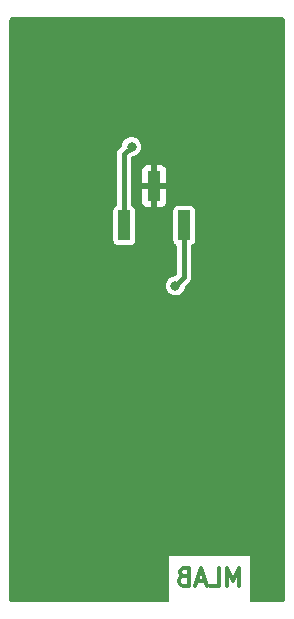
<source format=gbr>
%TF.GenerationSoftware,KiCad,Pcbnew,6.0.11+dfsg-1~bpo11+1*%
%TF.CreationDate,2023-05-28T01:02:05+00:00*%
%TF.ProjectId,PINHOLDER01,50494e48-4f4c-4444-9552-30312e6b6963,01A*%
%TF.SameCoordinates,Original*%
%TF.FileFunction,Copper,L2,Bot*%
%TF.FilePolarity,Positive*%
%FSLAX46Y46*%
G04 Gerber Fmt 4.6, Leading zero omitted, Abs format (unit mm)*
G04 Created by KiCad (PCBNEW 6.0.11+dfsg-1~bpo11+1) date 2023-05-28 01:02:05*
%MOMM*%
%LPD*%
G01*
G04 APERTURE LIST*
%ADD10C,0.300000*%
%TA.AperFunction,NonConductor*%
%ADD11C,0.300000*%
%TD*%
%TA.AperFunction,ComponentPad*%
%ADD12C,6.000000*%
%TD*%
%TA.AperFunction,SMDPad,CuDef*%
%ADD13R,1.000000X2.510000*%
%TD*%
%TA.AperFunction,ViaPad*%
%ADD14C,0.800000*%
%TD*%
%TA.AperFunction,Conductor*%
%ADD15C,0.400000*%
%TD*%
G04 APERTURE END LIST*
D10*
D11*
X15024821Y-43687425D02*
X15024821Y-42187425D01*
X14524821Y-43258854D01*
X14024821Y-42187425D01*
X14024821Y-43687425D01*
X12596249Y-43687425D02*
X13310535Y-43687425D01*
X13310535Y-42187425D01*
X12167678Y-43258854D02*
X11453392Y-43258854D01*
X12310535Y-43687425D02*
X11810535Y-42187425D01*
X11310535Y-43687425D01*
X10310535Y-42901711D02*
X10096249Y-42973139D01*
X10024821Y-43044568D01*
X9953392Y-43187425D01*
X9953392Y-43401711D01*
X10024821Y-43544568D01*
X10096249Y-43615996D01*
X10239106Y-43687425D01*
X10810535Y-43687425D01*
X10810535Y-42187425D01*
X10310535Y-42187425D01*
X10167678Y-42258854D01*
X10096249Y-42330282D01*
X10024821Y-42473139D01*
X10024821Y-42615996D01*
X10096249Y-42758854D01*
X10167678Y-42830282D01*
X10310535Y-42901711D01*
X10810535Y-42901711D01*
D12*
%TO.P,M3,1*%
%TO.N,GND*%
X0Y0D03*
%TD*%
%TO.P,M4,1*%
%TO.N,GND*%
X0Y-40640000D03*
%TD*%
D13*
%TO.P,J1,1*%
%TO.N,/circle_0*%
X10364821Y-13183854D03*
%TO.P,J1,2*%
%TO.N,GND*%
X7824821Y-9873854D03*
%TO.P,J1,3*%
%TO.N,Net-(J1-Pad3)*%
X5284821Y-13183854D03*
%TD*%
D14*
%TO.N,/circle_0*%
X9624821Y-18308854D03*
%TO.N,Net-(J1-Pad3)*%
X5924821Y-6508854D03*
%TD*%
D15*
%TO.N,/circle_0*%
X10364821Y-17568854D02*
X9624821Y-18308854D01*
X10364821Y-13183854D02*
X10364821Y-17568854D01*
%TO.N,Net-(J1-Pad3)*%
X5924821Y-6508854D02*
X5284821Y-7148854D01*
X5284821Y-7148854D02*
X5284821Y-13183854D01*
%TD*%
%TA.AperFunction,Conductor*%
%TO.N,GND*%
G36*
X18790843Y4405793D02*
G01*
X18860084Y4350574D01*
X18898511Y4270782D01*
X18903500Y4226500D01*
X18903500Y-44866500D01*
X18883793Y-44952843D01*
X18828574Y-45022084D01*
X18748782Y-45060511D01*
X18704500Y-45065500D01*
X16128687Y-45065500D01*
X16042344Y-45045793D01*
X15973103Y-44990574D01*
X15934676Y-44910782D01*
X15930938Y-44844219D01*
X15931204Y-44841854D01*
X15932464Y-44841854D01*
X15932464Y-41175854D01*
X9117178Y-41175854D01*
X9117178Y-44841854D01*
X9117814Y-44841854D01*
X9117813Y-44910784D01*
X9079386Y-44990576D01*
X9010144Y-45045794D01*
X8923803Y-45065500D01*
X-4226500Y-45065500D01*
X-4312843Y-45045793D01*
X-4382084Y-44990574D01*
X-4420511Y-44910782D01*
X-4425500Y-44866500D01*
X-4425500Y-18297607D01*
X8819335Y-18297607D01*
X8820421Y-18308683D01*
X8820421Y-18308684D01*
X8823446Y-18339529D01*
X8836860Y-18476340D01*
X8893547Y-18646750D01*
X8986580Y-18800366D01*
X9111335Y-18929553D01*
X9261610Y-19027890D01*
X9272035Y-19031767D01*
X9419506Y-19086611D01*
X9419508Y-19086611D01*
X9429937Y-19090490D01*
X9440964Y-19091961D01*
X9440967Y-19091962D01*
X9559307Y-19107752D01*
X9607951Y-19114242D01*
X9619028Y-19113234D01*
X9775717Y-19098975D01*
X9775719Y-19098975D01*
X9786802Y-19097966D01*
X9872202Y-19070218D01*
X9947017Y-19045909D01*
X9947020Y-19045908D01*
X9957603Y-19042469D01*
X9982060Y-19027890D01*
X10102310Y-18956207D01*
X10102311Y-18956206D01*
X10111865Y-18950511D01*
X10241920Y-18826661D01*
X10259391Y-18800366D01*
X10335146Y-18686344D01*
X10341304Y-18677076D01*
X10405078Y-18509190D01*
X10417291Y-18422288D01*
X10448822Y-18339529D01*
X10473640Y-18309270D01*
X10752382Y-18030528D01*
X10771946Y-18013371D01*
X10793103Y-17997136D01*
X10889357Y-17871695D01*
X10949865Y-17725616D01*
X10965321Y-17608215D01*
X10970503Y-17568854D01*
X10968801Y-17555926D01*
X10968801Y-17555919D01*
X10967024Y-17542421D01*
X10965321Y-17516446D01*
X10965321Y-14959085D01*
X10985028Y-14872742D01*
X11040247Y-14803501D01*
X11073977Y-14781775D01*
X11089209Y-14774014D01*
X11103163Y-14766904D01*
X11192871Y-14677196D01*
X11250467Y-14564158D01*
X11265321Y-14470373D01*
X11265320Y-11897336D01*
X11264096Y-11889607D01*
X11252918Y-11819023D01*
X11252917Y-11819020D01*
X11250467Y-11803550D01*
X11192871Y-11690512D01*
X11103163Y-11600804D01*
X10990125Y-11543208D01*
X10896340Y-11528354D01*
X10888516Y-11528354D01*
X10364448Y-11528355D01*
X9833303Y-11528355D01*
X9825590Y-11529577D01*
X9825584Y-11529577D01*
X9754990Y-11540757D01*
X9754987Y-11540758D01*
X9739517Y-11543208D01*
X9725561Y-11550319D01*
X9725558Y-11550320D01*
X9698304Y-11564207D01*
X9626479Y-11600804D01*
X9536771Y-11690512D01*
X9479175Y-11803550D01*
X9464321Y-11897335D01*
X9464322Y-14470372D01*
X9465544Y-14478085D01*
X9465544Y-14478091D01*
X9476724Y-14548685D01*
X9476725Y-14548688D01*
X9479175Y-14564158D01*
X9536771Y-14677196D01*
X9626479Y-14766904D01*
X9640433Y-14774014D01*
X9655665Y-14781775D01*
X9723650Y-14838533D01*
X9760276Y-14919168D01*
X9764321Y-14959085D01*
X9764321Y-17237691D01*
X9744614Y-17324034D01*
X9706035Y-17378405D01*
X9625169Y-17459271D01*
X9550181Y-17506390D01*
X9505256Y-17516467D01*
X9451838Y-17522081D01*
X9281828Y-17579957D01*
X9187472Y-17638005D01*
X9138342Y-17668230D01*
X9138340Y-17668231D01*
X9128866Y-17674060D01*
X9000553Y-17799713D01*
X8903267Y-17950671D01*
X8841843Y-18119432D01*
X8819335Y-18297607D01*
X-4425500Y-18297607D01*
X-4425500Y-11897335D01*
X4384321Y-11897335D01*
X4384322Y-14470372D01*
X4385544Y-14478085D01*
X4385544Y-14478091D01*
X4396724Y-14548685D01*
X4396725Y-14548688D01*
X4399175Y-14564158D01*
X4456771Y-14677196D01*
X4546479Y-14766904D01*
X4659517Y-14824500D01*
X4753302Y-14839354D01*
X4761126Y-14839354D01*
X5285194Y-14839353D01*
X5816339Y-14839353D01*
X5824052Y-14838131D01*
X5824058Y-14838131D01*
X5894652Y-14826951D01*
X5894655Y-14826950D01*
X5910125Y-14824500D01*
X5924081Y-14817389D01*
X5924084Y-14817388D01*
X6009209Y-14774014D01*
X6023163Y-14766904D01*
X6112871Y-14677196D01*
X6170467Y-14564158D01*
X6185321Y-14470373D01*
X6185320Y-11897336D01*
X6184096Y-11889607D01*
X6172918Y-11819023D01*
X6172917Y-11819020D01*
X6170467Y-11803550D01*
X6112871Y-11690512D01*
X6023163Y-11600804D01*
X5993977Y-11585933D01*
X5925992Y-11529175D01*
X5889366Y-11448540D01*
X5885321Y-11408623D01*
X5885321Y-11164030D01*
X6794821Y-11164030D01*
X6795541Y-11175984D01*
X6803746Y-11243778D01*
X6809986Y-11268348D01*
X6853743Y-11378869D01*
X6866936Y-11402283D01*
X6938331Y-11496341D01*
X6957334Y-11515344D01*
X7051392Y-11586739D01*
X7074806Y-11599932D01*
X7185327Y-11643689D01*
X7209897Y-11649929D01*
X7277691Y-11658134D01*
X7289645Y-11658854D01*
X7548398Y-11658854D01*
X7567368Y-11654524D01*
X7570821Y-11647354D01*
X7570821Y-11636431D01*
X8078821Y-11636431D01*
X8083151Y-11655401D01*
X8090321Y-11658854D01*
X8359997Y-11658854D01*
X8371951Y-11658134D01*
X8439745Y-11649929D01*
X8464315Y-11643689D01*
X8574836Y-11599932D01*
X8598250Y-11586739D01*
X8692308Y-11515344D01*
X8711311Y-11496341D01*
X8782706Y-11402283D01*
X8795899Y-11378869D01*
X8839656Y-11268348D01*
X8845896Y-11243778D01*
X8854101Y-11175984D01*
X8854821Y-11164030D01*
X8854821Y-10150277D01*
X8850491Y-10131307D01*
X8843321Y-10127854D01*
X8101244Y-10127854D01*
X8082274Y-10132184D01*
X8078821Y-10139354D01*
X8078821Y-11636431D01*
X7570821Y-11636431D01*
X7570821Y-10150277D01*
X7566491Y-10131307D01*
X7559321Y-10127854D01*
X6817244Y-10127854D01*
X6798274Y-10132184D01*
X6794821Y-10139354D01*
X6794821Y-11164030D01*
X5885321Y-11164030D01*
X5885321Y-9597431D01*
X6794821Y-9597431D01*
X6799151Y-9616401D01*
X6806321Y-9619854D01*
X7548398Y-9619854D01*
X7567368Y-9615524D01*
X7570821Y-9608354D01*
X7570821Y-9597431D01*
X8078821Y-9597431D01*
X8083151Y-9616401D01*
X8090321Y-9619854D01*
X8832398Y-9619854D01*
X8851368Y-9615524D01*
X8854821Y-9608354D01*
X8854821Y-8583678D01*
X8854101Y-8571724D01*
X8845896Y-8503930D01*
X8839656Y-8479360D01*
X8795899Y-8368839D01*
X8782706Y-8345425D01*
X8711311Y-8251367D01*
X8692308Y-8232364D01*
X8598250Y-8160969D01*
X8574836Y-8147776D01*
X8464315Y-8104019D01*
X8439745Y-8097779D01*
X8371951Y-8089574D01*
X8359997Y-8088854D01*
X8101244Y-8088854D01*
X8082274Y-8093184D01*
X8078821Y-8100354D01*
X8078821Y-9597431D01*
X7570821Y-9597431D01*
X7570821Y-8111277D01*
X7566491Y-8092307D01*
X7559321Y-8088854D01*
X7289645Y-8088854D01*
X7277691Y-8089574D01*
X7209897Y-8097779D01*
X7185327Y-8104019D01*
X7074806Y-8147776D01*
X7051392Y-8160969D01*
X6957334Y-8232364D01*
X6938331Y-8251367D01*
X6866936Y-8345425D01*
X6853743Y-8368839D01*
X6809986Y-8479360D01*
X6803746Y-8503930D01*
X6795541Y-8571724D01*
X6794821Y-8583678D01*
X6794821Y-9597431D01*
X5885321Y-9597431D01*
X5885321Y-7498014D01*
X5905028Y-7411671D01*
X5960247Y-7342430D01*
X6040039Y-7304003D01*
X6066284Y-7299833D01*
X6086802Y-7297966D01*
X6106965Y-7291415D01*
X6247017Y-7245909D01*
X6247020Y-7245908D01*
X6257603Y-7242469D01*
X6411865Y-7150511D01*
X6541920Y-7026661D01*
X6556297Y-7005023D01*
X6635146Y-6886344D01*
X6641304Y-6877076D01*
X6648527Y-6858063D01*
X6701126Y-6719593D01*
X6705078Y-6709190D01*
X6730072Y-6531347D01*
X6730386Y-6508854D01*
X6710367Y-6330382D01*
X6702915Y-6308981D01*
X6654966Y-6171291D01*
X6651306Y-6160781D01*
X6556137Y-6008479D01*
X6429591Y-5881047D01*
X6277957Y-5784817D01*
X6188930Y-5753116D01*
X6119257Y-5728306D01*
X6119253Y-5728305D01*
X6108772Y-5724573D01*
X6097725Y-5723256D01*
X6097722Y-5723255D01*
X5941492Y-5704626D01*
X5941490Y-5704626D01*
X5930445Y-5703309D01*
X5751838Y-5722081D01*
X5741303Y-5725667D01*
X5741300Y-5725668D01*
X5662856Y-5752373D01*
X5581828Y-5779957D01*
X5487472Y-5838005D01*
X5438342Y-5868230D01*
X5438340Y-5868231D01*
X5428866Y-5874060D01*
X5300553Y-5999713D01*
X5203267Y-6150671D01*
X5141843Y-6319432D01*
X5140449Y-6330463D01*
X5140449Y-6330465D01*
X5132573Y-6392812D01*
X5102199Y-6476004D01*
X5075856Y-6508584D01*
X4897260Y-6687180D01*
X4877696Y-6704337D01*
X4856539Y-6720572D01*
X4848602Y-6730916D01*
X4848599Y-6730919D01*
X4832374Y-6752065D01*
X4832371Y-6752069D01*
X4760285Y-6846013D01*
X4699777Y-6992092D01*
X4679139Y-7148854D01*
X4680841Y-7161782D01*
X4680841Y-7161789D01*
X4682618Y-7175287D01*
X4684321Y-7201262D01*
X4684321Y-11408623D01*
X4664614Y-11494966D01*
X4609395Y-11564207D01*
X4575666Y-11585933D01*
X4546479Y-11600804D01*
X4456771Y-11690512D01*
X4399175Y-11803550D01*
X4384321Y-11897335D01*
X-4425500Y-11897335D01*
X-4425500Y4226500D01*
X-4405793Y4312843D01*
X-4350574Y4382084D01*
X-4270782Y4420511D01*
X-4226500Y4425500D01*
X18704500Y4425500D01*
X18790843Y4405793D01*
G37*
%TD.AperFunction*%
%TD*%
M02*

</source>
